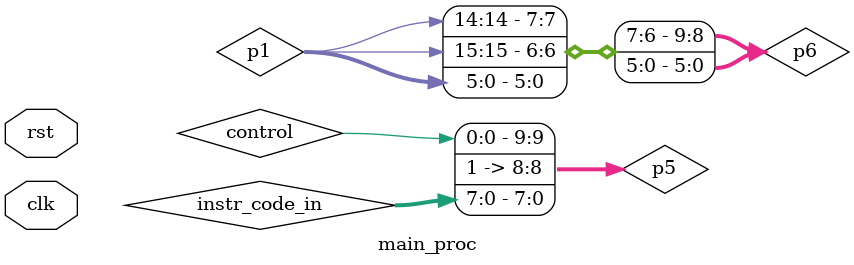
<source format=v>
`timescale 1ns / 1ps
module main_proc(
input clk,
input rst
    );
    wire [7:0] instr_code_in;
    wire control;
    wire [2:0] rgsrc;
    wire [2:0] wba; wire [7:0] wbd;
    wire [7:0] idout;
    wire [15:0] p1;wire [15:0] p2; wire [7:0] alurst;
    wire p4;
    wire [9:0] p5; wire [9:0] p6;
    instr_fetch a1(.clk(clk), .rst(rst),.instr_code(instr_code_in));
    assign control=~(instr_code_in[6]);
    assign p5={control,1'b1,instr_code_in};
    ifid a2(.clk(clk),.rst(rst),.in(p5),.out(p6));
    rgsel a3(.dst(p6[5:3]),
             .src(p6[2:0]),
             .regsel(p6[9]),.sr(rgsrc));
    reg_file a4(.rdreg(rgsrc),.wtreg(wba),.wtdt(wbd),.rgw(p4),.rdt(idout),.rst(rst));
    assign p1={p6[8],p6[9],idout,p6[5:3],p6[2:0]};
    idex a5(.clk(clk),.rst(rst),.in(p1),.out(p2));
    execute a6(.in(p2[13:6]),.shamt(p2[2:0]),.out(alurst));
    wbd_slct a7(.alu_result(alurst),.source_data(p2[13:6]),.out(wbd),.sel(p2[14]));
    assign wba=p2[5:3];
    assign p4=p2[15];
endmodule


</source>
